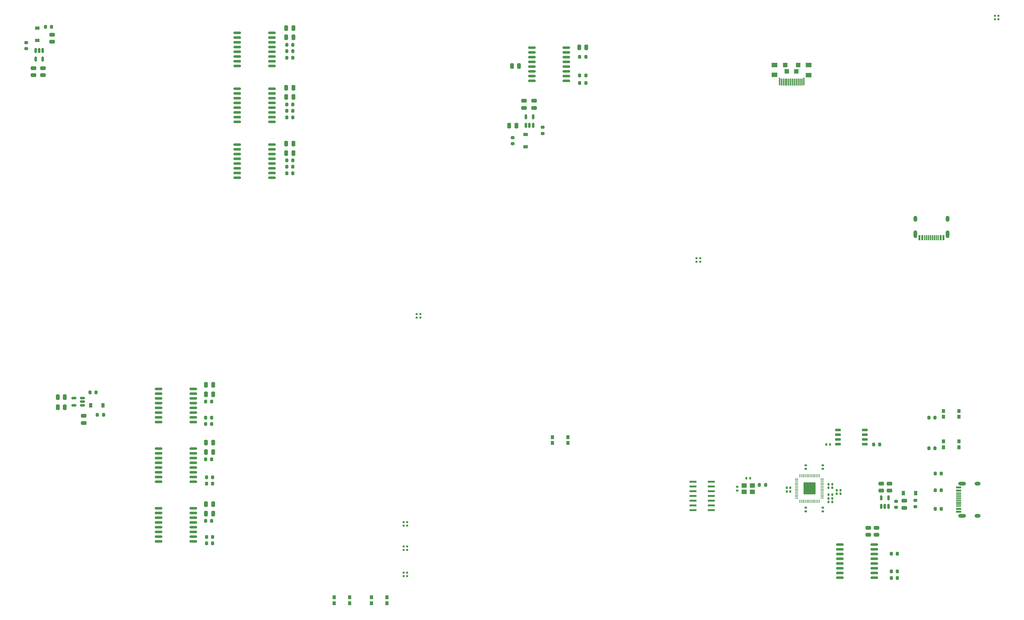
<source format=gtl>
%TF.GenerationSoftware,KiCad,Pcbnew,(6.0.4)*%
%TF.CreationDate,2022-05-27T00:32:28-07:00*%
%TF.ProjectId,bot_L,626f745f-4c2e-46b6-9963-61645f706362,rev?*%
%TF.SameCoordinates,Original*%
%TF.FileFunction,Copper,L1,Top*%
%TF.FilePolarity,Positive*%
%FSLAX46Y46*%
G04 Gerber Fmt 4.6, Leading zero omitted, Abs format (unit mm)*
G04 Created by KiCad (PCBNEW (6.0.4)) date 2022-05-27 00:32:28*
%MOMM*%
%LPD*%
G01*
G04 APERTURE LIST*
G04 Aperture macros list*
%AMRoundRect*
0 Rectangle with rounded corners*
0 $1 Rounding radius*
0 $2 $3 $4 $5 $6 $7 $8 $9 X,Y pos of 4 corners*
0 Add a 4 corners polygon primitive as box body*
4,1,4,$2,$3,$4,$5,$6,$7,$8,$9,$2,$3,0*
0 Add four circle primitives for the rounded corners*
1,1,$1+$1,$2,$3*
1,1,$1+$1,$4,$5*
1,1,$1+$1,$6,$7*
1,1,$1+$1,$8,$9*
0 Add four rect primitives between the rounded corners*
20,1,$1+$1,$2,$3,$4,$5,0*
20,1,$1+$1,$4,$5,$6,$7,0*
20,1,$1+$1,$6,$7,$8,$9,0*
20,1,$1+$1,$8,$9,$2,$3,0*%
G04 Aperture macros list end*
%TA.AperFunction,SMDPad,CuDef*%
%ADD10R,1.450000X0.600000*%
%TD*%
%TA.AperFunction,SMDPad,CuDef*%
%ADD11R,1.450000X0.300000*%
%TD*%
%TA.AperFunction,ComponentPad*%
%ADD12O,1.600000X1.000000*%
%TD*%
%TA.AperFunction,ComponentPad*%
%ADD13O,2.100000X1.000000*%
%TD*%
%TA.AperFunction,ComponentPad*%
%ADD14O,1.000000X2.100000*%
%TD*%
%TA.AperFunction,ComponentPad*%
%ADD15O,1.000000X1.600000*%
%TD*%
%TA.AperFunction,SMDPad,CuDef*%
%ADD16R,0.600000X1.450000*%
%TD*%
%TA.AperFunction,SMDPad,CuDef*%
%ADD17R,0.300000X1.450000*%
%TD*%
%TA.AperFunction,SMDPad,CuDef*%
%ADD18RoundRect,0.140000X-0.140000X-0.170000X0.140000X-0.170000X0.140000X0.170000X-0.140000X0.170000X0*%
%TD*%
%TA.AperFunction,SMDPad,CuDef*%
%ADD19R,0.550000X0.550000*%
%TD*%
%TA.AperFunction,SMDPad,CuDef*%
%ADD20RoundRect,0.250000X0.250000X0.475000X-0.250000X0.475000X-0.250000X-0.475000X0.250000X-0.475000X0*%
%TD*%
%TA.AperFunction,SMDPad,CuDef*%
%ADD21RoundRect,0.200000X0.200000X0.275000X-0.200000X0.275000X-0.200000X-0.275000X0.200000X-0.275000X0*%
%TD*%
%TA.AperFunction,SMDPad,CuDef*%
%ADD22RoundRect,0.150000X-0.875000X-0.150000X0.875000X-0.150000X0.875000X0.150000X-0.875000X0.150000X0*%
%TD*%
%TA.AperFunction,SMDPad,CuDef*%
%ADD23RoundRect,0.140000X-0.170000X0.140000X-0.170000X-0.140000X0.170000X-0.140000X0.170000X0.140000X0*%
%TD*%
%TA.AperFunction,SMDPad,CuDef*%
%ADD24RoundRect,0.200000X0.275000X-0.200000X0.275000X0.200000X-0.275000X0.200000X-0.275000X-0.200000X0*%
%TD*%
%TA.AperFunction,SMDPad,CuDef*%
%ADD25RoundRect,0.200000X-0.200000X-0.275000X0.200000X-0.275000X0.200000X0.275000X-0.200000X0.275000X0*%
%TD*%
%TA.AperFunction,SMDPad,CuDef*%
%ADD26RoundRect,0.150000X0.512500X0.150000X-0.512500X0.150000X-0.512500X-0.150000X0.512500X-0.150000X0*%
%TD*%
%TA.AperFunction,SMDPad,CuDef*%
%ADD27RoundRect,0.150000X-0.150000X0.512500X-0.150000X-0.512500X0.150000X-0.512500X0.150000X0.512500X0*%
%TD*%
%TA.AperFunction,SMDPad,CuDef*%
%ADD28R,0.900000X1.000000*%
%TD*%
%TA.AperFunction,SMDPad,CuDef*%
%ADD29R,0.400000X1.825000*%
%TD*%
%TA.AperFunction,SMDPad,CuDef*%
%ADD30R,1.200000X1.200000*%
%TD*%
%TA.AperFunction,SMDPad,CuDef*%
%ADD31R,1.500000X1.200000*%
%TD*%
%TA.AperFunction,SMDPad,CuDef*%
%ADD32R,0.400000X2.012500*%
%TD*%
%TA.AperFunction,SMDPad,CuDef*%
%ADD33RoundRect,0.150000X0.150000X-0.512500X0.150000X0.512500X-0.150000X0.512500X-0.150000X-0.512500X0*%
%TD*%
%TA.AperFunction,SMDPad,CuDef*%
%ADD34RoundRect,0.140000X0.140000X0.170000X-0.140000X0.170000X-0.140000X-0.170000X0.140000X-0.170000X0*%
%TD*%
%TA.AperFunction,SMDPad,CuDef*%
%ADD35RoundRect,0.140000X0.170000X-0.140000X0.170000X0.140000X-0.170000X0.140000X-0.170000X-0.140000X0*%
%TD*%
%TA.AperFunction,SMDPad,CuDef*%
%ADD36R,1.981200X0.558800*%
%TD*%
%TA.AperFunction,SMDPad,CuDef*%
%ADD37RoundRect,0.250000X0.475000X-0.250000X0.475000X0.250000X-0.475000X0.250000X-0.475000X-0.250000X0*%
%TD*%
%TA.AperFunction,SMDPad,CuDef*%
%ADD38RoundRect,0.250000X-0.250000X-0.475000X0.250000X-0.475000X0.250000X0.475000X-0.250000X0.475000X0*%
%TD*%
%TA.AperFunction,SMDPad,CuDef*%
%ADD39RoundRect,0.200000X-0.275000X0.200000X-0.275000X-0.200000X0.275000X-0.200000X0.275000X0.200000X0*%
%TD*%
%TA.AperFunction,SMDPad,CuDef*%
%ADD40R,1.400000X1.200000*%
%TD*%
%TA.AperFunction,SMDPad,CuDef*%
%ADD41RoundRect,0.150000X0.650000X0.150000X-0.650000X0.150000X-0.650000X-0.150000X0.650000X-0.150000X0*%
%TD*%
%TA.AperFunction,SMDPad,CuDef*%
%ADD42RoundRect,0.135000X0.135000X0.185000X-0.135000X0.185000X-0.135000X-0.185000X0.135000X-0.185000X0*%
%TD*%
%TA.AperFunction,SMDPad,CuDef*%
%ADD43RoundRect,0.250000X-0.475000X0.250000X-0.475000X-0.250000X0.475000X-0.250000X0.475000X0.250000X0*%
%TD*%
%TA.AperFunction,SMDPad,CuDef*%
%ADD44R,0.900000X1.200000*%
%TD*%
%TA.AperFunction,SMDPad,CuDef*%
%ADD45R,1.200000X0.900000*%
%TD*%
%TA.AperFunction,SMDPad,CuDef*%
%ADD46RoundRect,0.050000X-0.050000X0.387500X-0.050000X-0.387500X0.050000X-0.387500X0.050000X0.387500X0*%
%TD*%
%TA.AperFunction,SMDPad,CuDef*%
%ADD47RoundRect,0.050000X-0.387500X0.050000X-0.387500X-0.050000X0.387500X-0.050000X0.387500X0.050000X0*%
%TD*%
%TA.AperFunction,SMDPad,CuDef*%
%ADD48RoundRect,0.144000X-1.456000X1.456000X-1.456000X-1.456000X1.456000X-1.456000X1.456000X1.456000X0*%
%TD*%
G04 APERTURE END LIST*
D10*
%TO.P,J1,A1,GND*%
%TO.N,GND*%
X282252038Y-165024520D03*
%TO.P,J1,A4,VBUS*%
%TO.N,+5V*%
X282252038Y-164224520D03*
D11*
%TO.P,J1,A5,CC1*%
%TO.N,N/C*%
X282252038Y-163024520D03*
%TO.P,J1,A6,D+*%
X282252038Y-162024520D03*
%TO.P,J1,A7,D-*%
X282252038Y-161524520D03*
%TO.P,J1,A8,SBU1*%
%TO.N,unconnected-(J1-PadA8)*%
X282252038Y-160524520D03*
D10*
%TO.P,J1,A9,VBUS*%
%TO.N,+5V*%
X282252038Y-159324520D03*
%TO.P,J1,A12,GND*%
%TO.N,GND*%
X282252038Y-158524520D03*
%TO.P,J1,B1,GND*%
X282252038Y-158524520D03*
%TO.P,J1,B4,VBUS*%
%TO.N,+5V*%
X282252038Y-159324520D03*
D11*
%TO.P,J1,B5,CC2*%
%TO.N,N/C*%
X282252038Y-160024520D03*
%TO.P,J1,B6,D+*%
X282252038Y-161024520D03*
%TO.P,J1,B7,D-*%
X282252038Y-162524520D03*
%TO.P,J1,B8,SBU2*%
%TO.N,unconnected-(J1-PadB8)*%
X282252038Y-163524520D03*
D10*
%TO.P,J1,B9,VBUS*%
%TO.N,+5V*%
X282252038Y-164224520D03*
%TO.P,J1,B12,GND*%
%TO.N,GND*%
X282252038Y-165024520D03*
D12*
%TO.P,J1,S1,SHIELD*%
%TO.N,Net-(J1-PadS1)*%
X287347038Y-166094520D03*
X287347038Y-157454520D03*
D13*
X283167038Y-157454520D03*
X283167038Y-166094520D03*
%TD*%
D14*
%TO.P,J1,S1,SHIELD*%
%TO.N,Net-(J1-PadS1)*%
X270680000Y-90630000D03*
D15*
X279320000Y-86450000D03*
X270680000Y-86450000D03*
D14*
X279320000Y-90630000D03*
D16*
%TO.P,J1,B12,GND*%
%TO.N,GND*%
X278250000Y-91545000D03*
%TO.P,J1,B9,VBUS*%
%TO.N,+5V*%
X277450000Y-91545000D03*
D17*
%TO.P,J1,B8,SBU2*%
%TO.N,unconnected-(J1-PadB8)*%
X276750000Y-91545000D03*
%TO.P,J1,B7,D-*%
%TO.N,/SUP34*%
X275750000Y-91545000D03*
%TO.P,J1,B6,D+*%
%TO.N,/GPIO0_SDA*%
X274250000Y-91545000D03*
%TO.P,J1,B5,CC2*%
%TO.N,/LED_BR2BL*%
X273250000Y-91545000D03*
D16*
%TO.P,J1,B4,VBUS*%
%TO.N,+5V*%
X272550000Y-91545000D03*
%TO.P,J1,B1,GND*%
%TO.N,GND*%
X271750000Y-91545000D03*
%TO.P,J1,A12,GND*%
X271750000Y-91545000D03*
%TO.P,J1,A9,VBUS*%
%TO.N,+5V*%
X272550000Y-91545000D03*
D17*
%TO.P,J1,A8,SBU1*%
%TO.N,unconnected-(J1-PadA8)*%
X273750000Y-91545000D03*
%TO.P,J1,A7,D-*%
%TO.N,/SUP34*%
X274750000Y-91545000D03*
%TO.P,J1,A6,D+*%
%TO.N,/GPIO0_SDA*%
X275250000Y-91545000D03*
%TO.P,J1,A5,CC1*%
%TO.N,/GPIO1_SCL*%
X276250000Y-91545000D03*
D16*
%TO.P,J1,A4,VBUS*%
%TO.N,+5V*%
X277450000Y-91545000D03*
%TO.P,J1,A1,GND*%
%TO.N,GND*%
X278250000Y-91545000D03*
%TD*%
D18*
%TO.P,C7,1*%
%TO.N,+3V3*%
X247417038Y-158624520D03*
%TO.P,C7,2*%
%TO.N,GND*%
X248377038Y-158624520D03*
%TD*%
D19*
%TO.P,D3,1,DIN*%
%TO.N,Net-(D2-Pad3)*%
X212025000Y-97975000D03*
%TO.P,D3,2,VDD*%
%TO.N,+5V*%
X212975000Y-97975000D03*
%TO.P,D3,3,DOUT*%
%TO.N,Net-(D3-Pad3)*%
X212975000Y-97025000D03*
%TO.P,D3,4,VSS*%
%TO.N,GND*%
X212025000Y-97025000D03*
%TD*%
D20*
%TO.P,C6,1*%
%TO.N,VS*%
X163700000Y-61500000D03*
%TO.P,C6,2*%
%TO.N,GND*%
X161800000Y-61500000D03*
%TD*%
D21*
%TO.P,R26,1*%
%TO.N,+3V3*%
X82325000Y-173500000D03*
%TO.P,R26,2*%
%TO.N,/GPIO0_SDA*%
X80675000Y-173500000D03*
%TD*%
D22*
%TO.P,U2,1,AIN0*%
%TO.N,/SUP10*%
X88920118Y-36555000D03*
%TO.P,U2,2,AIN1*%
%TO.N,/SUP11*%
X88920118Y-37825000D03*
%TO.P,U2,3,AIN2*%
%TO.N,/SUP12*%
X88920118Y-39095000D03*
%TO.P,U2,4,AIN3*%
%TO.N,/SUP13*%
X88920118Y-40365000D03*
%TO.P,U2,5,A0*%
%TO.N,GND*%
X88920118Y-41635000D03*
%TO.P,U2,6,A1*%
%TO.N,+3V3*%
X88920118Y-42905000D03*
%TO.P,U2,7,A2*%
%TO.N,GND*%
X88920118Y-44175000D03*
%TO.P,U2,8,VSS*%
X88920118Y-45445000D03*
%TO.P,U2,9,SDA*%
%TO.N,/GPIO0_SDA*%
X98220118Y-45445000D03*
%TO.P,U2,10,SCL*%
%TO.N,/GPIO1_SCL*%
X98220118Y-44175000D03*
%TO.P,U2,11,OSC*%
%TO.N,unconnected-(U2-Pad11)*%
X98220118Y-42905000D03*
%TO.P,U2,12,EXT*%
%TO.N,GND*%
X98220118Y-41635000D03*
%TO.P,U2,13,AGND*%
X98220118Y-40365000D03*
%TO.P,U2,14,VREF*%
%TO.N,Net-(R17-Pad1)*%
X98220118Y-39095000D03*
%TO.P,U2,15,AOUT*%
%TO.N,unconnected-(U2-Pad15)*%
X98220118Y-37825000D03*
%TO.P,U2,16,VDD*%
%TO.N,+3V3*%
X98220118Y-36555000D03*
%TD*%
D23*
%TO.P,C8,1*%
%TO.N,+3V3*%
X245897038Y-163944520D03*
%TO.P,C8,2*%
%TO.N,GND*%
X245897038Y-164904520D03*
%TD*%
D24*
%TO.P,R14,1*%
%TO.N,Net-(R14-Pad1)*%
X32320118Y-40825000D03*
%TO.P,R14,2*%
%TO.N,VS*%
X32320118Y-39175000D03*
%TD*%
D25*
%TO.P,R15,1*%
%TO.N,+5V*%
X37495118Y-35000000D03*
%TO.P,R15,2*%
%TO.N,GND*%
X39145118Y-35000000D03*
%TD*%
D26*
%TO.P,U3,1,VIN*%
%TO.N,VS*%
X47387500Y-136450000D03*
%TO.P,U3,2,GND*%
%TO.N,GND*%
X47387500Y-135500000D03*
%TO.P,U3,3,EN*%
%TO.N,N/C*%
X47387500Y-134550000D03*
%TO.P,U3,4,NC*%
X45112500Y-134550000D03*
%TO.P,U3,5,VOUT*%
%TO.N,+3V3*%
X45112500Y-136450000D03*
%TD*%
D27*
%TO.P,U1,1,VIN*%
%TO.N,VS*%
X36770118Y-41362500D03*
%TO.P,U1,2,GND*%
%TO.N,GND*%
X35820118Y-41362500D03*
%TO.P,U1,3,EN*%
%TO.N,Net-(R14-Pad1)*%
X34870118Y-41362500D03*
%TO.P,U1,4,NC*%
%TO.N,unconnected-(U1-Pad4)*%
X34870118Y-43637500D03*
%TO.P,U1,5,VOUT*%
%TO.N,+3V3*%
X36770118Y-43637500D03*
%TD*%
D21*
%TO.P,R2,1*%
%TO.N,+3V3*%
X82325000Y-155750000D03*
%TO.P,R2,2*%
%TO.N,/GPIO1_SCL*%
X80675000Y-155750000D03*
%TD*%
D25*
%TO.P,R41,1*%
%TO.N,N/C*%
X264222038Y-176274520D03*
%TO.P,R41,2*%
%TO.N,+3V3*%
X265872038Y-176274520D03*
%TD*%
%TO.P,R8,1*%
%TO.N,GND*%
X275972038Y-154774520D03*
%TO.P,R8,2*%
%TO.N,Net-(J1-PadS1)*%
X277622038Y-154774520D03*
%TD*%
D22*
%TO.P,U9,1,AIN0*%
%TO.N,N/C*%
X250397038Y-173829520D03*
%TO.P,U9,2,AIN1*%
X250397038Y-175099520D03*
%TO.P,U9,3,AIN2*%
X250397038Y-176369520D03*
%TO.P,U9,4,AIN3*%
X250397038Y-177639520D03*
%TO.P,U9,5,A0*%
%TO.N,GND*%
X250397038Y-178909520D03*
%TO.P,U9,6,A1*%
X250397038Y-180179520D03*
%TO.P,U9,7,A2*%
X250397038Y-181449520D03*
%TO.P,U9,8,VSS*%
X250397038Y-182719520D03*
%TO.P,U9,9,SDA*%
%TO.N,/GPIO0_SDA*%
X259697038Y-182719520D03*
%TO.P,U9,10,SCL*%
%TO.N,/GPIO1_SCL*%
X259697038Y-181449520D03*
%TO.P,U9,11,OSC*%
%TO.N,N/C*%
X259697038Y-180179520D03*
%TO.P,U9,12,EXT*%
%TO.N,GND*%
X259697038Y-178909520D03*
%TO.P,U9,13,AGND*%
X259697038Y-177639520D03*
%TO.P,U9,14,VREF*%
%TO.N,N/C*%
X259697038Y-176369520D03*
%TO.P,U9,15,AOUT*%
X259697038Y-175099520D03*
%TO.P,U9,16,VDD*%
%TO.N,+3V3*%
X259697038Y-173829520D03*
%TD*%
D28*
%TO.P,SW3,1,1*%
%TO.N,N/C*%
X129000000Y-188000000D03*
X124900000Y-188000000D03*
%TO.P,SW3,2,2*%
%TO.N,+3V3*%
X129000000Y-189600000D03*
X124900000Y-189600000D03*
%TD*%
D18*
%TO.P,C17,1*%
%TO.N,+3V3*%
X247417038Y-161424520D03*
%TO.P,C17,2*%
%TO.N,GND*%
X248377038Y-161424520D03*
%TD*%
D29*
%TO.P,P1,A1,GND*%
%TO.N,GND*%
X234750000Y-49750000D03*
%TO.P,P1,A4,VBUS*%
%TO.N,+5V*%
X236250000Y-49750000D03*
%TO.P,P1,A5,CC*%
%TO.N,/GPIO1_SCL*%
X236750000Y-49750000D03*
%TO.P,P1,A6,D+*%
%TO.N,/GPIO0_SDA*%
X237250000Y-49750000D03*
%TO.P,P1,A7,D-*%
%TO.N,/SUP34*%
X237750000Y-49750000D03*
%TO.P,P1,A10,RX2-*%
%TO.N,unconnected-(P1-PadA10)*%
X239250000Y-49750000D03*
%TO.P,P1,A11,RX2+*%
%TO.N,unconnected-(P1-PadA11)*%
X239750000Y-49750000D03*
%TO.P,P1,B2,TX2+*%
%TO.N,unconnected-(P1-PadB2)*%
X240250000Y-49750000D03*
%TO.P,P1,B3,TX2-*%
%TO.N,unconnected-(P1-PadB3)*%
X238750000Y-49750000D03*
%TO.P,P1,B5,VCONN*%
%TO.N,unconnected-(P1-PadB5)*%
X238250000Y-49750000D03*
%TO.P,P1,B9,VBUS*%
%TO.N,+5V*%
X235750000Y-49750000D03*
%TO.P,P1,B12,GND*%
%TO.N,GND*%
X235250000Y-49750000D03*
D30*
%TO.P,P1,S1,SHIELD*%
%TO.N,Net-(P1-PadS1)*%
X235750000Y-45200000D03*
D31*
X242050000Y-45250000D03*
D30*
X238750000Y-46950000D03*
X239250000Y-45200000D03*
D32*
X240750000Y-49650000D03*
X234250000Y-49656250D03*
D30*
X236250000Y-46950000D03*
D31*
X232950000Y-47850000D03*
X232950000Y-45200000D03*
X242050000Y-47900000D03*
%TD*%
D21*
%TO.P,R28,1*%
%TO.N,N/C*%
X230522038Y-157824520D03*
%TO.P,R28,2*%
X228872038Y-157824520D03*
%TD*%
D33*
%TO.P,U1,1,VIN*%
%TO.N,VS*%
X261547038Y-163562020D03*
%TO.P,U1,2,GND*%
%TO.N,GND*%
X262497038Y-163562020D03*
%TO.P,U1,3,EN*%
%TO.N,N/C*%
X263447038Y-163562020D03*
%TO.P,U1,4,NC*%
%TO.N,unconnected-(U1-Pad4)*%
X263447038Y-161287020D03*
%TO.P,U1,5,VOUT*%
%TO.N,+3V3*%
X261547038Y-161287020D03*
%TD*%
D34*
%TO.P,C1,1*%
%TO.N,N/C*%
X237177038Y-159624520D03*
%TO.P,C1,2*%
%TO.N,GND*%
X236217038Y-159624520D03*
%TD*%
D35*
%TO.P,C5,1*%
%TO.N,+3V3*%
X241297038Y-153504520D03*
%TO.P,C5,2*%
%TO.N,GND*%
X241297038Y-152544520D03*
%TD*%
D33*
%TO.P,U1,1,VIN*%
%TO.N,VS*%
X166300000Y-61387500D03*
%TO.P,U1,2,GND*%
%TO.N,GND*%
X167250000Y-61387500D03*
%TO.P,U1,3,EN*%
%TO.N,N/C*%
X168200000Y-61387500D03*
%TO.P,U1,4,NC*%
%TO.N,unconnected-(U1-Pad4)*%
X168200000Y-59112500D03*
%TO.P,U1,5,VOUT*%
%TO.N,+3V3*%
X166300000Y-59112500D03*
%TD*%
D36*
%TO.P,U8,1,\u002A1OE*%
%TO.N,GND*%
X211083238Y-156964520D03*
%TO.P,U8,2,1A*%
%TO.N,N/C*%
X211083238Y-158234520D03*
%TO.P,U8,3,1Y*%
X211083238Y-159504520D03*
%TO.P,U8,4,\u002A2OE*%
%TO.N,GND*%
X211083238Y-160774520D03*
%TO.P,U8,5,2A*%
%TO.N,N/C*%
X211083238Y-162044520D03*
%TO.P,U8,6,2Y*%
X211083238Y-163314520D03*
%TO.P,U8,7,GND*%
%TO.N,GND*%
X211083238Y-164584520D03*
%TO.P,U8,8,3Y*%
%TO.N,N/C*%
X216010838Y-164584520D03*
%TO.P,U8,9,3A*%
X216010838Y-163314520D03*
%TO.P,U8,10,\u002A3OE*%
X216010838Y-162044520D03*
%TO.P,U8,11,4Y*%
X216010838Y-160774520D03*
%TO.P,U8,12,4A*%
X216010838Y-159504520D03*
%TO.P,U8,13,\u002A4OE*%
X216010838Y-158234520D03*
%TO.P,U8,14,VCC*%
%TO.N,+5V*%
X216010838Y-156964520D03*
%TD*%
D21*
%TO.P,R20,1*%
%TO.N,+3V3*%
X82325000Y-157500000D03*
%TO.P,R20,2*%
%TO.N,/GPIO0_SDA*%
X80675000Y-157500000D03*
%TD*%
D37*
%TO.P,C22,1*%
%TO.N,+3V3*%
X260297038Y-171224520D03*
%TO.P,C22,2*%
%TO.N,GND*%
X260297038Y-169324520D03*
%TD*%
D25*
%TO.P,R22,1*%
%TO.N,N/C*%
X80425000Y-167500000D03*
%TO.P,R22,2*%
%TO.N,+3V3*%
X82075000Y-167500000D03*
%TD*%
D38*
%TO.P,C1,1*%
%TO.N,+3V3*%
X80550000Y-146500000D03*
%TO.P,C1,2*%
%TO.N,GND*%
X82450000Y-146500000D03*
%TD*%
D21*
%TO.P,R19,1*%
%TO.N,+3V3*%
X103820118Y-59250000D03*
%TO.P,R19,2*%
%TO.N,/GPIO0_SDA*%
X102170118Y-59250000D03*
%TD*%
D18*
%TO.P,C16,1*%
%TO.N,N/C*%
X247417038Y-160424520D03*
%TO.P,C16,2*%
%TO.N,GND*%
X248377038Y-160424520D03*
%TD*%
D38*
%TO.P,C16,1*%
%TO.N,+3V3*%
X102045118Y-37800000D03*
%TO.P,C16,2*%
%TO.N,GND*%
X103945118Y-37800000D03*
%TD*%
D25*
%TO.P,R21,1*%
%TO.N,Net-(R21-Pad1)*%
X102170118Y-55800000D03*
%TO.P,R21,2*%
%TO.N,+3V3*%
X103820118Y-55800000D03*
%TD*%
%TO.P,R1,1*%
%TO.N,N/C*%
X80425000Y-135500000D03*
%TO.P,R1,2*%
%TO.N,+3V3*%
X82075000Y-135500000D03*
%TD*%
D39*
%TO.P,R2,1*%
%TO.N,N/C*%
X170750000Y-61925000D03*
%TO.P,R2,2*%
%TO.N,VS*%
X170750000Y-63575000D03*
%TD*%
D25*
%TO.P,R23,1*%
%TO.N,N/C*%
X49425000Y-133000000D03*
%TO.P,R23,2*%
%TO.N,VS*%
X51075000Y-133000000D03*
%TD*%
D40*
%TO.P,Y1,1,1*%
%TO.N,N/C*%
X224797038Y-159674520D03*
%TO.P,Y1,2,2*%
%TO.N,GND*%
X226997038Y-159674520D03*
%TO.P,Y1,3,3*%
%TO.N,N/C*%
X226997038Y-157974520D03*
%TO.P,Y1,4,4*%
%TO.N,GND*%
X224797038Y-157974520D03*
%TD*%
D25*
%TO.P,R4,1*%
%TO.N,GND*%
X275972038Y-159274520D03*
%TO.P,R4,2*%
%TO.N,N/C*%
X277622038Y-159274520D03*
%TD*%
%TO.P,R20,1*%
%TO.N,Net-(R20-Pad1)*%
X102170118Y-70800000D03*
%TO.P,R20,2*%
%TO.N,+3V3*%
X103820118Y-70800000D03*
%TD*%
D41*
%TO.P,U2,1,~{CS}*%
%TO.N,N/C*%
X257097038Y-146929520D03*
%TO.P,U2,2,DO(IO1)*%
X257097038Y-145659520D03*
%TO.P,U2,3,IO2*%
X257097038Y-144389520D03*
%TO.P,U2,4,GND*%
%TO.N,GND*%
X257097038Y-143119520D03*
%TO.P,U2,5,DI(IO0)*%
%TO.N,N/C*%
X249897038Y-143119520D03*
%TO.P,U2,6,CLK*%
X249897038Y-144389520D03*
%TO.P,U2,7,IO3*%
X249897038Y-145659520D03*
%TO.P,U2,8,VCC*%
%TO.N,+3V3*%
X249897038Y-146929520D03*
%TD*%
D22*
%TO.P,U3,1,AIN0*%
%TO.N,/SUP14*%
X88920118Y-66555000D03*
%TO.P,U3,2,AIN1*%
%TO.N,/SUP15*%
X88920118Y-67825000D03*
%TO.P,U3,3,AIN2*%
%TO.N,/SUP16*%
X88920118Y-69095000D03*
%TO.P,U3,4,AIN3*%
%TO.N,/SUP17*%
X88920118Y-70365000D03*
%TO.P,U3,5,A0*%
%TO.N,GND*%
X88920118Y-71635000D03*
%TO.P,U3,6,A1*%
X88920118Y-72905000D03*
%TO.P,U3,7,A2*%
%TO.N,+3V3*%
X88920118Y-74175000D03*
%TO.P,U3,8,VSS*%
%TO.N,GND*%
X88920118Y-75445000D03*
%TO.P,U3,9,SDA*%
%TO.N,/GPIO0_SDA*%
X98220118Y-75445000D03*
%TO.P,U3,10,SCL*%
%TO.N,/GPIO1_SCL*%
X98220118Y-74175000D03*
%TO.P,U3,11,OSC*%
%TO.N,unconnected-(U3-Pad11)*%
X98220118Y-72905000D03*
%TO.P,U3,12,EXT*%
%TO.N,GND*%
X98220118Y-71635000D03*
%TO.P,U3,13,AGND*%
X98220118Y-70365000D03*
%TO.P,U3,14,VREF*%
%TO.N,Net-(R20-Pad1)*%
X98220118Y-69095000D03*
%TO.P,U3,15,AOUT*%
%TO.N,unconnected-(U3-Pad15)*%
X98220118Y-67825000D03*
%TO.P,U3,16,VDD*%
%TO.N,+3V3*%
X98220118Y-66555000D03*
%TD*%
D42*
%TO.P,R7,1*%
%TO.N,N/C*%
X250607038Y-160224520D03*
%TO.P,R7,2*%
X249587038Y-160224520D03*
%TD*%
D24*
%TO.P,R3,1*%
%TO.N,+5V*%
X162750000Y-66325000D03*
%TO.P,R3,2*%
%TO.N,GND*%
X162750000Y-64675000D03*
%TD*%
D28*
%TO.P,SW4,1,1*%
%TO.N,GND*%
X282347038Y-137974520D03*
X278247038Y-137974520D03*
%TO.P,SW4,2,2*%
%TO.N,N/C*%
X278247038Y-139574520D03*
X282347038Y-139574520D03*
%TD*%
D43*
%TO.P,C12,1*%
%TO.N,VS*%
X267697038Y-162074520D03*
%TO.P,C12,2*%
%TO.N,GND*%
X267697038Y-163974520D03*
%TD*%
D24*
%TO.P,R1,1*%
%TO.N,N/C*%
X265497038Y-163849520D03*
%TO.P,R1,2*%
%TO.N,VS*%
X265497038Y-162199520D03*
%TD*%
D43*
%TO.P,C13,1*%
%TO.N,+3V3*%
X34320118Y-46050000D03*
%TO.P,C13,2*%
%TO.N,GND*%
X34320118Y-47950000D03*
%TD*%
%TO.P,C14,1*%
%TO.N,+3V3*%
X36820118Y-46050000D03*
%TO.P,C14,2*%
%TO.N,GND*%
X36820118Y-47950000D03*
%TD*%
D19*
%TO.P,D4,1,DIN*%
%TO.N,Net-(D3-Pad3)*%
X133475000Y-182275000D03*
%TO.P,D4,2,VDD*%
%TO.N,+5V*%
X134425000Y-182275000D03*
%TO.P,D4,3,DOUT*%
%TO.N,N/C*%
X134425000Y-181325000D03*
%TO.P,D4,4,VSS*%
%TO.N,GND*%
X133475000Y-181325000D03*
%TD*%
%TO.P,D3,1,DIN*%
%TO.N,Net-(D2-Pad3)*%
X292025000Y-32975000D03*
%TO.P,D3,2,VDD*%
%TO.N,+5V*%
X292975000Y-32975000D03*
%TO.P,D3,3,DOUT*%
%TO.N,Net-(D3-Pad3)*%
X292975000Y-32025000D03*
%TO.P,D3,4,VSS*%
%TO.N,GND*%
X292025000Y-32025000D03*
%TD*%
D38*
%TO.P,C9,1*%
%TO.N,+3V3*%
X80550000Y-131000000D03*
%TO.P,C9,2*%
%TO.N,GND*%
X82450000Y-131000000D03*
%TD*%
D35*
%TO.P,C4,1*%
%TO.N,+3V3*%
X245897038Y-153504520D03*
%TO.P,C4,2*%
%TO.N,GND*%
X245897038Y-152544520D03*
%TD*%
D44*
%TO.P,D1,1,K*%
%TO.N,VS*%
X49600000Y-136500000D03*
%TO.P,D1,2,A*%
%TO.N,+5V*%
X52900000Y-136500000D03*
%TD*%
D38*
%TO.P,C8,1*%
%TO.N,+3V3*%
X80550000Y-133500000D03*
%TO.P,C8,2*%
%TO.N,GND*%
X82450000Y-133500000D03*
%TD*%
D37*
%TO.P,C11,1*%
%TO.N,+3V3*%
X261497038Y-159374520D03*
%TO.P,C11,2*%
%TO.N,GND*%
X261497038Y-157474520D03*
%TD*%
D34*
%TO.P,C6,1*%
%TO.N,+3V3*%
X237177038Y-158624520D03*
%TO.P,C6,2*%
%TO.N,GND*%
X236217038Y-158624520D03*
%TD*%
D38*
%TO.P,C20,1*%
%TO.N,+3V3*%
X102045118Y-68800000D03*
%TO.P,C20,2*%
%TO.N,GND*%
X103945118Y-68800000D03*
%TD*%
D23*
%TO.P,C3,1*%
%TO.N,+3V3*%
X241297038Y-163944520D03*
%TO.P,C3,2*%
%TO.N,GND*%
X241297038Y-164904520D03*
%TD*%
D25*
%TO.P,R19,1*%
%TO.N,+3V3*%
X274272038Y-147974520D03*
%TO.P,R19,2*%
%TO.N,N/C*%
X275922038Y-147974520D03*
%TD*%
D28*
%TO.P,SW5,1,1*%
%TO.N,GND*%
X278247038Y-146174520D03*
X282347038Y-146174520D03*
%TO.P,SW5,2,2*%
%TO.N,N/C*%
X278247038Y-147774520D03*
X282347038Y-147774520D03*
%TD*%
D38*
%TO.P,C4,1*%
%TO.N,+3V3*%
X80550000Y-165500000D03*
%TO.P,C4,2*%
%TO.N,GND*%
X82450000Y-165500000D03*
%TD*%
%TO.P,C19,1*%
%TO.N,+3V3*%
X102045118Y-51300000D03*
%TO.P,C19,2*%
%TO.N,GND*%
X103945118Y-51300000D03*
%TD*%
D37*
%TO.P,C5,1*%
%TO.N,+3V3*%
X165750000Y-56700000D03*
%TO.P,C5,2*%
%TO.N,GND*%
X165750000Y-54800000D03*
%TD*%
D38*
%TO.P,C8,1*%
%TO.N,+3V3*%
X180550000Y-40500000D03*
%TO.P,C8,2*%
%TO.N,GND*%
X182450000Y-40500000D03*
%TD*%
D18*
%TO.P,C9,1*%
%TO.N,+3V3*%
X247417038Y-162424520D03*
%TO.P,C9,2*%
%TO.N,GND*%
X248377038Y-162424520D03*
%TD*%
%TO.P,C2,1*%
%TO.N,N/C*%
X247417038Y-157624520D03*
%TO.P,C2,2*%
%TO.N,GND*%
X248377038Y-157624520D03*
%TD*%
D21*
%TO.P,R19,1*%
%TO.N,+3V3*%
X82325000Y-171750000D03*
%TO.P,R19,2*%
%TO.N,/GPIO1_SCL*%
X80675000Y-171750000D03*
%TD*%
D34*
%TO.P,C20,1*%
%TO.N,N/C*%
X226377038Y-156024520D03*
%TO.P,C20,2*%
%TO.N,GND*%
X225417038Y-156024520D03*
%TD*%
D45*
%TO.P,D13,1,K*%
%TO.N,VS*%
X35320118Y-38650000D03*
%TO.P,D13,2,A*%
%TO.N,+5V*%
X35320118Y-35350000D03*
%TD*%
D21*
%TO.P,R42,1*%
%TO.N,+3V3*%
X265872038Y-181024520D03*
%TO.P,R42,2*%
%TO.N,/GPIO1_SCL*%
X264222038Y-181024520D03*
%TD*%
D22*
%TO.P,U2,1,AIN0*%
%TO.N,N/C*%
X67850000Y-148055000D03*
%TO.P,U2,2,AIN1*%
X67850000Y-149325000D03*
%TO.P,U2,3,AIN2*%
X67850000Y-150595000D03*
%TO.P,U2,4,AIN3*%
X67850000Y-151865000D03*
%TO.P,U2,5,A0*%
%TO.N,GND*%
X67850000Y-153135000D03*
%TO.P,U2,6,A1*%
%TO.N,+3V3*%
X67850000Y-154405000D03*
%TO.P,U2,7,A2*%
X67850000Y-155675000D03*
%TO.P,U2,8,VSS*%
%TO.N,GND*%
X67850000Y-156945000D03*
%TO.P,U2,9,SDA*%
%TO.N,/GPIO0_SDA*%
X77150000Y-156945000D03*
%TO.P,U2,10,SCL*%
%TO.N,/GPIO1_SCL*%
X77150000Y-155675000D03*
%TO.P,U2,11,OSC*%
%TO.N,unconnected-(U2-Pad11)*%
X77150000Y-154405000D03*
%TO.P,U2,12,EXT*%
%TO.N,GND*%
X77150000Y-153135000D03*
%TO.P,U2,13,AGND*%
X77150000Y-151865000D03*
%TO.P,U2,14,VREF*%
%TO.N,N/C*%
X77150000Y-150595000D03*
%TO.P,U2,15,AOUT*%
%TO.N,unconnected-(U2-Pad15)*%
X77150000Y-149325000D03*
%TO.P,U2,16,VDD*%
%TO.N,+3V3*%
X77150000Y-148055000D03*
%TD*%
D44*
%TO.P,D1,1,K*%
%TO.N,VS*%
X267447038Y-160024520D03*
%TO.P,D1,2,A*%
%TO.N,+5V*%
X270747038Y-160024520D03*
%TD*%
D19*
%TO.P,D3,1,DIN*%
%TO.N,Net-(D2-Pad3)*%
X133475000Y-175275000D03*
%TO.P,D3,2,VDD*%
%TO.N,+5V*%
X134425000Y-175275000D03*
%TO.P,D3,3,DOUT*%
%TO.N,Net-(D3-Pad3)*%
X134425000Y-174325000D03*
%TO.P,D3,4,VSS*%
%TO.N,GND*%
X133475000Y-174325000D03*
%TD*%
D21*
%TO.P,R24,1*%
%TO.N,+3V3*%
X103820118Y-43250000D03*
%TO.P,R24,2*%
%TO.N,/GPIO0_SDA*%
X102170118Y-43250000D03*
%TD*%
D20*
%TO.P,C5,1*%
%TO.N,+3V3*%
X42700000Y-137000000D03*
%TO.P,C5,2*%
%TO.N,GND*%
X40800000Y-137000000D03*
%TD*%
D42*
%TO.P,R6,1*%
%TO.N,N/C*%
X250607038Y-159224520D03*
%TO.P,R6,2*%
X249587038Y-159224520D03*
%TD*%
D21*
%TO.P,R24,1*%
%TO.N,+5V*%
X53075000Y-139000000D03*
%TO.P,R24,2*%
%TO.N,GND*%
X51425000Y-139000000D03*
%TD*%
D38*
%TO.P,C2,1*%
%TO.N,+3V3*%
X80550000Y-149000000D03*
%TO.P,C2,2*%
%TO.N,GND*%
X82450000Y-149000000D03*
%TD*%
D22*
%TO.P,U4,1,AIN0*%
%TO.N,/SUP18*%
X88920118Y-51555000D03*
%TO.P,U4,2,AIN1*%
%TO.N,/SUP19*%
X88920118Y-52825000D03*
%TO.P,U4,3,AIN2*%
%TO.N,/SUP20*%
X88920118Y-54095000D03*
%TO.P,U4,4,AIN3*%
%TO.N,/SUP21*%
X88920118Y-55365000D03*
%TO.P,U4,5,A0*%
%TO.N,+3V3*%
X88920118Y-56635000D03*
%TO.P,U4,6,A1*%
X88920118Y-57905000D03*
%TO.P,U4,7,A2*%
%TO.N,GND*%
X88920118Y-59175000D03*
%TO.P,U4,8,VSS*%
X88920118Y-60445000D03*
%TO.P,U4,9,SDA*%
%TO.N,/GPIO0_SDA*%
X98220118Y-60445000D03*
%TO.P,U4,10,SCL*%
%TO.N,/GPIO1_SCL*%
X98220118Y-59175000D03*
%TO.P,U4,11,OSC*%
%TO.N,unconnected-(U4-Pad11)*%
X98220118Y-57905000D03*
%TO.P,U4,12,EXT*%
%TO.N,GND*%
X98220118Y-56635000D03*
%TO.P,U4,13,AGND*%
X98220118Y-55365000D03*
%TO.P,U4,14,VREF*%
%TO.N,Net-(R21-Pad1)*%
X98220118Y-54095000D03*
%TO.P,U4,15,AOUT*%
%TO.N,unconnected-(U4-Pad15)*%
X98220118Y-52825000D03*
%TO.P,U4,16,VDD*%
%TO.N,+3V3*%
X98220118Y-51555000D03*
%TD*%
D37*
%TO.P,C4,1*%
%TO.N,+3V3*%
X168500000Y-56700000D03*
%TO.P,C4,2*%
%TO.N,GND*%
X168500000Y-54800000D03*
%TD*%
D34*
%TO.P,C18,1*%
%TO.N,+3V3*%
X247777038Y-147024520D03*
%TO.P,C18,2*%
%TO.N,GND*%
X246817038Y-147024520D03*
%TD*%
D21*
%TO.P,R25,1*%
%TO.N,+3V3*%
X82075000Y-139750000D03*
%TO.P,R25,2*%
%TO.N,/GPIO1_SCL*%
X80425000Y-139750000D03*
%TD*%
%TO.P,R6,1*%
%TO.N,+3V3*%
X182325000Y-48000000D03*
%TO.P,R6,2*%
%TO.N,/GPIO1_SCL*%
X180675000Y-48000000D03*
%TD*%
%TO.P,R18,1*%
%TO.N,+3V3*%
X103820118Y-57500000D03*
%TO.P,R18,2*%
%TO.N,/GPIO1_SCL*%
X102170118Y-57500000D03*
%TD*%
D25*
%TO.P,R17,1*%
%TO.N,Net-(R17-Pad1)*%
X102170118Y-39800000D03*
%TO.P,R17,2*%
%TO.N,+3V3*%
X103820118Y-39800000D03*
%TD*%
D21*
%TO.P,R23,1*%
%TO.N,+3V3*%
X103820118Y-41500000D03*
%TO.P,R23,2*%
%TO.N,/GPIO1_SCL*%
X102170118Y-41500000D03*
%TD*%
D37*
%TO.P,C21,1*%
%TO.N,+3V3*%
X258047038Y-171224520D03*
%TO.P,C21,2*%
%TO.N,GND*%
X258047038Y-169324520D03*
%TD*%
D38*
%TO.P,C18,1*%
%TO.N,+3V3*%
X102045118Y-53800000D03*
%TO.P,C18,2*%
%TO.N,GND*%
X103945118Y-53800000D03*
%TD*%
D25*
%TO.P,R10,1*%
%TO.N,N/C*%
X274272038Y-139774520D03*
%TO.P,R10,2*%
X275922038Y-139774520D03*
%TD*%
%TO.P,R5,1*%
%TO.N,N/C*%
X180675000Y-43000000D03*
%TO.P,R5,2*%
%TO.N,+3V3*%
X182325000Y-43000000D03*
%TD*%
%TO.P,R18,1*%
%TO.N,N/C*%
X80425000Y-151000000D03*
%TO.P,R18,2*%
%TO.N,+3V3*%
X82075000Y-151000000D03*
%TD*%
D21*
%TO.P,R22,1*%
%TO.N,+3V3*%
X103820118Y-72500000D03*
%TO.P,R22,2*%
%TO.N,/GPIO1_SCL*%
X102170118Y-72500000D03*
%TD*%
%TO.P,R3,1*%
%TO.N,+3V3*%
X82075000Y-141500000D03*
%TO.P,R3,2*%
%TO.N,/GPIO0_SDA*%
X80425000Y-141500000D03*
%TD*%
D20*
%TO.P,C6,1*%
%TO.N,+3V3*%
X42700000Y-134250000D03*
%TO.P,C6,2*%
%TO.N,GND*%
X40800000Y-134250000D03*
%TD*%
D43*
%TO.P,C7,1*%
%TO.N,VS*%
X47750000Y-139300000D03*
%TO.P,C7,2*%
%TO.N,GND*%
X47750000Y-141200000D03*
%TD*%
D37*
%TO.P,C10,1*%
%TO.N,+3V3*%
X263697038Y-159374520D03*
%TO.P,C10,2*%
%TO.N,GND*%
X263697038Y-157474520D03*
%TD*%
D45*
%TO.P,D4,1,K*%
%TO.N,VS*%
X166200000Y-63850000D03*
%TO.P,D4,2,A*%
%TO.N,+5V*%
X166200000Y-67150000D03*
%TD*%
D28*
%TO.P,SW2,1,1*%
%TO.N,N/C*%
X119000000Y-188000000D03*
X114900000Y-188000000D03*
%TO.P,SW2,2,2*%
%TO.N,+3V3*%
X114900000Y-189600000D03*
X119000000Y-189600000D03*
%TD*%
D37*
%TO.P,C15,1*%
%TO.N,VS*%
X39320118Y-38950000D03*
%TO.P,C15,2*%
%TO.N,GND*%
X39320118Y-37050000D03*
%TD*%
D21*
%TO.P,R25,1*%
%TO.N,+3V3*%
X103820118Y-74250000D03*
%TO.P,R25,2*%
%TO.N,/GPIO0_SDA*%
X102170118Y-74250000D03*
%TD*%
D38*
%TO.P,C3,1*%
%TO.N,+3V3*%
X80550000Y-163000000D03*
%TO.P,C3,2*%
%TO.N,GND*%
X82450000Y-163000000D03*
%TD*%
D20*
%TO.P,C7,1*%
%TO.N,+3V3*%
X164450000Y-45500000D03*
%TO.P,C7,2*%
%TO.N,GND*%
X162550000Y-45500000D03*
%TD*%
D21*
%TO.P,R43,1*%
%TO.N,+3V3*%
X265872038Y-182774520D03*
%TO.P,R43,2*%
%TO.N,/GPIO0_SDA*%
X264222038Y-182774520D03*
%TD*%
D39*
%TO.P,R2,1*%
%TO.N,+5V*%
X270697038Y-161999520D03*
%TO.P,R2,2*%
%TO.N,GND*%
X270697038Y-163649520D03*
%TD*%
D25*
%TO.P,R3,1*%
%TO.N,GND*%
X275972038Y-164274520D03*
%TO.P,R3,2*%
%TO.N,N/C*%
X277622038Y-164274520D03*
%TD*%
D21*
%TO.P,R9,1*%
%TO.N,+3V3*%
X261122038Y-147024520D03*
%TO.P,R9,2*%
%TO.N,N/C*%
X259472038Y-147024520D03*
%TD*%
D35*
%TO.P,C19,1*%
%TO.N,N/C*%
X222897038Y-159304520D03*
%TO.P,C19,2*%
%TO.N,GND*%
X222897038Y-158344520D03*
%TD*%
D28*
%TO.P,SW1,1,1*%
%TO.N,N/C*%
X177500000Y-145000000D03*
X173400000Y-145000000D03*
%TO.P,SW1,2,2*%
%TO.N,+3V3*%
X173400000Y-146600000D03*
X177500000Y-146600000D03*
%TD*%
D19*
%TO.P,D3,1,DIN*%
%TO.N,Net-(D2-Pad3)*%
X137025000Y-112975000D03*
%TO.P,D3,2,VDD*%
%TO.N,+5V*%
X137975000Y-112975000D03*
%TO.P,D3,3,DOUT*%
%TO.N,Net-(D3-Pad3)*%
X137975000Y-112025000D03*
%TO.P,D3,4,VSS*%
%TO.N,GND*%
X137025000Y-112025000D03*
%TD*%
D22*
%TO.P,U4,1,AIN0*%
%TO.N,N/C*%
X67850000Y-164055000D03*
%TO.P,U4,2,AIN1*%
X67850000Y-165325000D03*
%TO.P,U4,3,AIN2*%
X67850000Y-166595000D03*
%TO.P,U4,4,AIN3*%
X67850000Y-167865000D03*
%TO.P,U4,5,A0*%
%TO.N,GND*%
X67850000Y-169135000D03*
%TO.P,U4,6,A1*%
X67850000Y-170405000D03*
%TO.P,U4,7,A2*%
X67850000Y-171675000D03*
%TO.P,U4,8,VSS*%
X67850000Y-172945000D03*
%TO.P,U4,9,SDA*%
%TO.N,/GPIO0_SDA*%
X77150000Y-172945000D03*
%TO.P,U4,10,SCL*%
%TO.N,/GPIO1_SCL*%
X77150000Y-171675000D03*
%TO.P,U4,11,OSC*%
%TO.N,unconnected-(U4-Pad11)*%
X77150000Y-170405000D03*
%TO.P,U4,12,EXT*%
%TO.N,GND*%
X77150000Y-169135000D03*
%TO.P,U4,13,AGND*%
X77150000Y-167865000D03*
%TO.P,U4,14,VREF*%
%TO.N,N/C*%
X77150000Y-166595000D03*
%TO.P,U4,15,AOUT*%
%TO.N,unconnected-(U4-Pad15)*%
X77150000Y-165325000D03*
%TO.P,U4,16,VDD*%
%TO.N,+3V3*%
X77150000Y-164055000D03*
%TD*%
%TO.P,U1,1,AIN0*%
%TO.N,N/C*%
X67850000Y-132055000D03*
%TO.P,U1,2,AIN1*%
X67850000Y-133325000D03*
%TO.P,U1,3,AIN2*%
X67850000Y-134595000D03*
%TO.P,U1,4,AIN3*%
X67850000Y-135865000D03*
%TO.P,U1,5,A0*%
%TO.N,+3V3*%
X67850000Y-137135000D03*
%TO.P,U1,6,A1*%
%TO.N,GND*%
X67850000Y-138405000D03*
%TO.P,U1,7,A2*%
%TO.N,+3V3*%
X67850000Y-139675000D03*
%TO.P,U1,8,VSS*%
%TO.N,GND*%
X67850000Y-140945000D03*
%TO.P,U1,9,SDA*%
%TO.N,/GPIO0_SDA*%
X77150000Y-140945000D03*
%TO.P,U1,10,SCL*%
%TO.N,/GPIO1_SCL*%
X77150000Y-139675000D03*
%TO.P,U1,11,OSC*%
%TO.N,N/C*%
X77150000Y-138405000D03*
%TO.P,U1,12,EXT*%
%TO.N,GND*%
X77150000Y-137135000D03*
%TO.P,U1,13,AGND*%
X77150000Y-135865000D03*
%TO.P,U1,14,VREF*%
%TO.N,N/C*%
X77150000Y-134595000D03*
%TO.P,U1,15,AOUT*%
X77150000Y-133325000D03*
%TO.P,U1,16,VDD*%
%TO.N,+3V3*%
X77150000Y-132055000D03*
%TD*%
D21*
%TO.P,R7,1*%
%TO.N,+3V3*%
X182325000Y-50000000D03*
%TO.P,R7,2*%
%TO.N,/GPIO0_SDA*%
X180675000Y-50000000D03*
%TD*%
D38*
%TO.P,C17,1*%
%TO.N,+3V3*%
X102045118Y-35300000D03*
%TO.P,C17,2*%
%TO.N,GND*%
X103945118Y-35300000D03*
%TD*%
D19*
%TO.P,D2,1,DIN*%
%TO.N,N/C*%
X133475000Y-168775000D03*
%TO.P,D2,2,VDD*%
%TO.N,+5V*%
X134425000Y-168775000D03*
%TO.P,D2,3,DOUT*%
%TO.N,Net-(D2-Pad3)*%
X134425000Y-167825000D03*
%TO.P,D2,4,VSS*%
%TO.N,GND*%
X133475000Y-167825000D03*
%TD*%
D22*
%TO.P,U2,1,AIN0*%
%TO.N,N/C*%
X167850000Y-40555000D03*
%TO.P,U2,2,AIN1*%
X167850000Y-41825000D03*
%TO.P,U2,3,AIN2*%
X167850000Y-43095000D03*
%TO.P,U2,4,AIN3*%
X167850000Y-44365000D03*
%TO.P,U2,5,A0*%
%TO.N,+3V3*%
X167850000Y-45635000D03*
%TO.P,U2,6,A1*%
%TO.N,GND*%
X167850000Y-46905000D03*
%TO.P,U2,7,A2*%
X167850000Y-48175000D03*
%TO.P,U2,8,VSS*%
X167850000Y-49445000D03*
%TO.P,U2,9,SDA*%
%TO.N,/GPIO0_SDA*%
X177150000Y-49445000D03*
%TO.P,U2,10,SCL*%
%TO.N,/GPIO1_SCL*%
X177150000Y-48175000D03*
%TO.P,U2,11,OSC*%
%TO.N,unconnected-(U2-Pad11)*%
X177150000Y-46905000D03*
%TO.P,U2,12,EXT*%
%TO.N,GND*%
X177150000Y-45635000D03*
%TO.P,U2,13,AGND*%
X177150000Y-44365000D03*
%TO.P,U2,14,VREF*%
%TO.N,N/C*%
X177150000Y-43095000D03*
%TO.P,U2,15,AOUT*%
%TO.N,unconnected-(U2-Pad15)*%
X177150000Y-41825000D03*
%TO.P,U2,16,VDD*%
%TO.N,+3V3*%
X177150000Y-40555000D03*
%TD*%
D38*
%TO.P,C21,1*%
%TO.N,+3V3*%
X102045118Y-66300000D03*
%TO.P,C21,2*%
%TO.N,GND*%
X103945118Y-66300000D03*
%TD*%
D46*
%TO.P,U3,1,IOVDD*%
%TO.N,+3V3*%
X244897038Y-155337020D03*
%TO.P,U3,2,GPIO0*%
%TO.N,/GPIO0_SDA*%
X244497038Y-155337020D03*
%TO.P,U3,3,GPIO1*%
%TO.N,/GPIO1_SCL*%
X244097038Y-155337020D03*
%TO.P,U3,4,GPIO2*%
%TO.N,N/C*%
X243697038Y-155337020D03*
%TO.P,U3,5,GPIO3*%
X243297038Y-155337020D03*
%TO.P,U3,6,GPIO4*%
X242897038Y-155337020D03*
%TO.P,U3,7,GPIO5*%
X242497038Y-155337020D03*
%TO.P,U3,8,GPIO6*%
X242097038Y-155337020D03*
%TO.P,U3,9,GPIO7*%
X241697038Y-155337020D03*
%TO.P,U3,10,IOVDD*%
%TO.N,+3V3*%
X241297038Y-155337020D03*
%TO.P,U3,11,GPIO8*%
%TO.N,N/C*%
X240897038Y-155337020D03*
%TO.P,U3,12,GPIO9*%
X240497038Y-155337020D03*
%TO.P,U3,13,GPIO10*%
X240097038Y-155337020D03*
%TO.P,U3,14,GPIO11*%
X239697038Y-155337020D03*
D47*
%TO.P,U3,15,GPIO12*%
X238859538Y-156174520D03*
%TO.P,U3,16,GPIO13*%
X238859538Y-156574520D03*
%TO.P,U3,17,GPIO14*%
X238859538Y-156974520D03*
%TO.P,U3,18,GPIO15*%
X238859538Y-157374520D03*
%TO.P,U3,19,TESTEN*%
%TO.N,GND*%
X238859538Y-157774520D03*
%TO.P,U3,20,XIN*%
%TO.N,N/C*%
X238859538Y-158174520D03*
%TO.P,U3,21,XOUT*%
X238859538Y-158574520D03*
%TO.P,U3,22,IOVDD*%
%TO.N,+3V3*%
X238859538Y-158974520D03*
%TO.P,U3,23,DVDD*%
%TO.N,N/C*%
X238859538Y-159374520D03*
%TO.P,U3,24,SWCLK*%
X238859538Y-159774520D03*
%TO.P,U3,25,SWD*%
X238859538Y-160174520D03*
%TO.P,U3,26,RUN*%
X238859538Y-160574520D03*
%TO.P,U3,27,GPIO16*%
X238859538Y-160974520D03*
%TO.P,U3,28,GPIO17*%
X238859538Y-161374520D03*
D46*
%TO.P,U3,29,GPIO18*%
X239697038Y-162212020D03*
%TO.P,U3,30,GPIO19*%
X240097038Y-162212020D03*
%TO.P,U3,31,GPIO20*%
X240497038Y-162212020D03*
%TO.P,U3,32,GPIO21*%
X240897038Y-162212020D03*
%TO.P,U3,33,IOVDD*%
%TO.N,+3V3*%
X241297038Y-162212020D03*
%TO.P,U3,34,GPIO22*%
%TO.N,N/C*%
X241697038Y-162212020D03*
%TO.P,U3,35,GPIO23*%
X242097038Y-162212020D03*
%TO.P,U3,36,GPIO24*%
X242497038Y-162212020D03*
%TO.P,U3,37,GPIO25*%
X242897038Y-162212020D03*
%TO.P,U3,38,GPIO26_ADC0*%
X243297038Y-162212020D03*
%TO.P,U3,39,GPIO27_ADC1*%
X243697038Y-162212020D03*
%TO.P,U3,40,GPIO28_ADC2*%
%TO.N,/SUP34*%
X244097038Y-162212020D03*
%TO.P,U3,41,GPIO29_ADC3*%
%TO.N,N/C*%
X244497038Y-162212020D03*
%TO.P,U3,42,IOVDD*%
%TO.N,+3V3*%
X244897038Y-162212020D03*
D47*
%TO.P,U3,43,ADC_AVDD*%
X245734538Y-161374520D03*
%TO.P,U3,44,VREG_IN*%
X245734538Y-160974520D03*
%TO.P,U3,45,VREG_VOUT*%
%TO.N,N/C*%
X245734538Y-160574520D03*
%TO.P,U3,46,USB_DM*%
X245734538Y-160174520D03*
%TO.P,U3,47,USB_DP*%
X245734538Y-159774520D03*
%TO.P,U3,48,USB_VDD*%
%TO.N,+3V3*%
X245734538Y-159374520D03*
%TO.P,U3,49,IOVDD*%
X245734538Y-158974520D03*
%TO.P,U3,50,DVDD*%
%TO.N,N/C*%
X245734538Y-158574520D03*
%TO.P,U3,51,QSPI_SD3*%
X245734538Y-158174520D03*
%TO.P,U3,52,QSPI_SCLK*%
X245734538Y-157774520D03*
%TO.P,U3,53,QSPI_SD0*%
X245734538Y-157374520D03*
%TO.P,U3,54,QSPI_SD2*%
X245734538Y-156974520D03*
%TO.P,U3,55,QSPI_SD1*%
X245734538Y-156574520D03*
%TO.P,U3,56,QSPI_SS*%
X245734538Y-156174520D03*
D48*
%TO.P,U3,57,GND*%
%TO.N,GND*%
X242297038Y-158774520D03*
%TD*%
M02*

</source>
